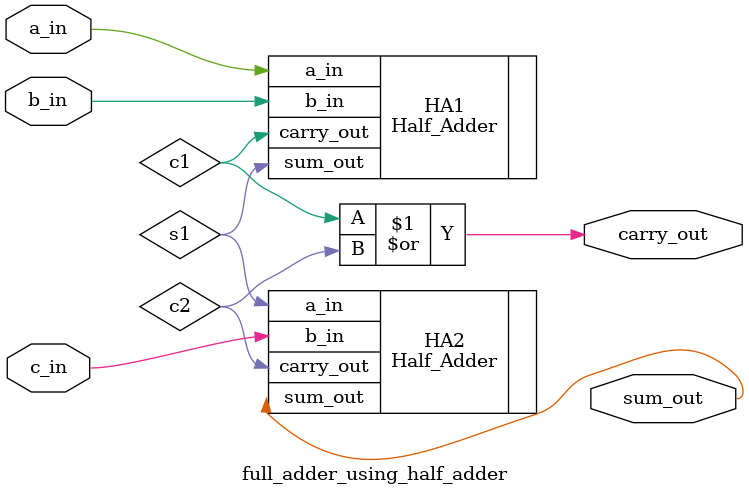
<source format=v>
`timescale 1ns / 1ps


module full_adder_using_half_adder(
    input a_in,
    input b_in,
    input c_in,
    output sum_out,
    output carry_out
    );
    
    wire c1,c2,s1;
     
    Half_Adder HA1(
        .a_in(a_in),
        .b_in(b_in),
        .sum_out(s1),
        .carry_out(c1)
    );
    
    Half_Adder HA2(
        .a_in(s1),
        .b_in(c_in),
        .sum_out(sum_out),
        .carry_out(c2)
    );
    
    assign carry_out = c1 | c2;
endmodule

</source>
